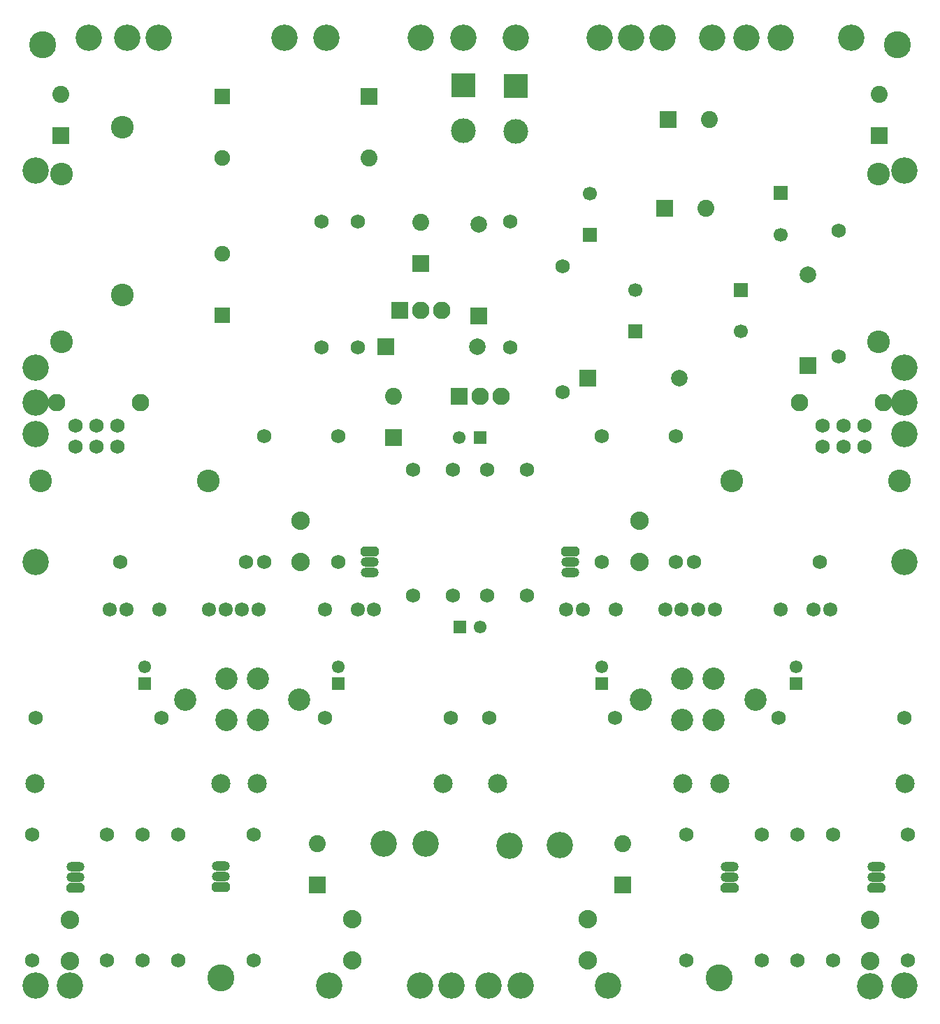
<source format=gbs>
G04 DipTrace 2.4.0.2*
%INMacro_Amp.GBS*%
%MOIN*%
%ADD28R,0.0669X0.0669*%
%ADD29C,0.0669*%
%ADD43R,0.0748X0.0748*%
%ADD44C,0.0748*%
%ADD49C,0.129*%
%ADD61C,0.1064*%
%ADD64C,0.0828*%
%ADD65R,0.0828X0.0828*%
%ADD66O,0.0671X0.069*%
%ADD68C,0.068*%
%ADD69C,0.108*%
%ADD70C,0.083*%
%ADD71O,0.0867X0.0474*%
%ADD72C,0.0789*%
%ADD73R,0.0789X0.0789*%
%ADD74C,0.1182*%
%ADD75R,0.1182X0.1182*%
%ADD76C,0.1261*%
%ADD79C,0.088*%
%ADD80C,0.0611*%
%ADD81R,0.0611X0.0611*%
%ADD82C,0.0907*%
%ADD83C,0.0808*%
%ADD84R,0.0808X0.0808*%
%FSLAX44Y44*%
G04*
G70*
G90*
G75*
G01*
%LNBotMask*%
%LPD*%
D84*
X41400Y41686D3*
D83*
Y43654D3*
D82*
X42629Y10780D3*
X33771D3*
D81*
X37410Y15556D3*
D80*
Y16344D3*
D79*
X40950Y2296D3*
Y4264D3*
D82*
X32029Y10780D3*
X23171D3*
D81*
X28160Y15556D3*
D80*
Y16344D3*
D84*
X17050Y43550D3*
D83*
Y40597D3*
D43*
X10050Y43550D3*
D44*
Y40597D3*
D43*
Y33097D3*
D44*
Y36050D3*
D84*
X18216Y27266D3*
D83*
Y29234D3*
D84*
X14600Y5950D3*
D83*
Y7919D3*
D28*
X27600Y36925D3*
D29*
Y38894D3*
D81*
X22342Y27258D3*
D80*
X21358D3*
D81*
X21378Y18250D3*
D80*
X22362D3*
D79*
X29950Y21346D3*
Y23314D3*
D84*
X2350Y41686D3*
D83*
Y43654D3*
D82*
X1121Y10779D3*
X9979D3*
D81*
X6340Y15556D3*
D80*
Y16344D3*
D79*
X2800Y2300D3*
Y4269D3*
D82*
X11721Y10779D3*
X20579D3*
D81*
X15594Y15556D3*
D80*
Y16344D3*
D79*
X13800Y21346D3*
Y23314D3*
D84*
X19526Y35574D3*
D83*
Y37542D3*
D84*
X29150Y5946D3*
D83*
Y7914D3*
D79*
X27500Y2346D3*
Y4314D3*
X16250Y2346D3*
Y4314D3*
D84*
X31166Y38191D3*
D83*
X33134D3*
D84*
X31316Y42441D3*
D83*
X33284D3*
D28*
X36700Y38925D3*
D29*
Y36956D3*
D28*
X29750Y32325D3*
D29*
Y34294D3*
D28*
X34800D3*
D29*
Y32325D3*
D76*
X15026Y46324D3*
X13026D3*
D75*
X21559Y44059D3*
D74*
Y41891D3*
D75*
X24050Y44050D3*
D74*
Y41883D3*
D73*
X27495Y30120D3*
D72*
X31845D3*
D73*
X38000Y30700D3*
D72*
Y35050D3*
D73*
X17851Y31598D3*
D72*
X22202D3*
D73*
X22276Y33074D3*
D72*
Y37424D3*
D76*
X31050Y46350D3*
X33425D3*
X21550D3*
X24050D3*
X19526Y46324D3*
X22750Y1150D3*
X40950Y1100D3*
X24300Y1150D3*
X42600D3*
X26150Y7850D3*
X23750Y7800D3*
X28450Y1150D3*
X42600Y28950D3*
Y27450D3*
Y21350D3*
Y40000D3*
X40050Y46350D3*
X7026Y46324D3*
X5526D3*
X35050Y46350D3*
X28050D3*
X36675D3*
X29550D3*
G36*
X41562Y5563D2*
X41684Y5685D1*
Y5915D1*
X41562Y6037D1*
X40938D1*
X40816Y5915D1*
Y5685D1*
X40938Y5563D1*
X41562D1*
G37*
D71*
X41250Y6300D3*
Y6800D3*
G36*
X34562Y5563D2*
X34684Y5685D1*
Y5915D1*
X34562Y6037D1*
X33938D1*
X33816Y5915D1*
Y5685D1*
X33938Y5563D1*
X34562D1*
G37*
D71*
X34250Y6300D3*
Y6800D3*
G36*
X26338Y22087D2*
X26216Y21965D1*
Y21735D1*
X26338Y21613D1*
X26962D1*
X27084Y21735D1*
Y21965D1*
X26962Y22087D1*
X26338D1*
G37*
D71*
X26650Y21350D3*
Y20850D3*
G36*
X3362Y5563D2*
X3484Y5685D1*
Y5915D1*
X3362Y6037D1*
X2738D1*
X2616Y5915D1*
Y5685D1*
X2738Y5563D1*
X3362D1*
G37*
D71*
X3050Y6300D3*
Y6800D3*
G36*
X10312Y5613D2*
X10434Y5735D1*
Y5965D1*
X10312Y6087D1*
X9688D1*
X9566Y5965D1*
Y5735D1*
X9688Y5613D1*
X10312D1*
G37*
D71*
X10000Y6350D3*
Y6850D3*
G36*
X16788Y22087D2*
X16666Y21965D1*
Y21735D1*
X16788Y21613D1*
X17412D1*
X17534Y21735D1*
Y21965D1*
X17412Y22087D1*
X16788D1*
G37*
D71*
X17100Y21350D3*
Y20850D3*
D70*
X37600Y28950D3*
X41600D3*
D69*
X41350Y31850D3*
Y39850D3*
X34350Y25200D3*
X42350D3*
D68*
X35800Y8350D3*
Y2350D3*
X24600Y19750D3*
Y25750D3*
X38550Y21350D3*
X32550D3*
X36600Y13900D3*
X42600D3*
X42750Y2350D3*
Y8350D3*
X37500Y2350D3*
Y8350D3*
X39200D3*
Y2350D3*
D70*
X6150Y28950D3*
X2150D3*
D69*
X2400Y31850D3*
Y39850D3*
D68*
X28800Y13900D3*
X22800D3*
D69*
X9400Y25200D3*
X1400D3*
D68*
X32200Y2350D3*
Y8350D3*
X7950D3*
Y2350D3*
D69*
X5276Y42074D3*
Y34074D3*
D68*
X14776Y37574D3*
Y31574D3*
X21050Y25750D3*
Y19750D3*
X22700Y25750D3*
Y19750D3*
X28150Y27350D3*
Y21350D3*
X31700Y27350D3*
Y21350D3*
X26300Y35425D3*
Y29425D3*
X19150Y19750D3*
Y25750D3*
X5200Y21350D3*
X11200D3*
X7150Y13900D3*
X1150D3*
X1000Y2350D3*
Y8350D3*
X6250Y2350D3*
Y8350D3*
X4550D3*
Y2350D3*
X14950Y13900D3*
X20950D3*
X11550Y2350D3*
Y8350D3*
X15600Y27350D3*
Y21350D3*
X12050Y27350D3*
Y21350D3*
X23776Y37574D3*
Y31574D3*
X16526D3*
Y37574D3*
X39450Y37150D3*
Y31150D3*
D76*
X21000Y1150D3*
X2800D3*
X19500D3*
X1150D3*
X17750Y7900D3*
X19750D3*
X15150Y1150D3*
X1150Y28950D3*
Y27450D3*
Y21350D3*
Y40000D3*
X3700Y46350D3*
D68*
X5050Y27850D3*
X4050D3*
X3050D3*
X5050Y26850D3*
X4050D3*
X3050D3*
D66*
X4701Y19077D3*
X5488D3*
X7063D3*
X9425D3*
X10213D3*
X11000D3*
X11787D3*
X14937D3*
X16512D3*
X17299D3*
D68*
X40700Y27850D3*
X39700D3*
X38700D3*
X40700Y26850D3*
X39700D3*
X38700D3*
D66*
X26451Y19077D3*
X27238D3*
X28813D3*
X31175D3*
X31963D3*
X32750D3*
X33537D3*
X36687D3*
X38262D3*
X39049D3*
D65*
X18526Y33324D3*
D64*
X19526D3*
X20526D3*
D65*
X21350Y29250D3*
D64*
X22350D3*
X23350D3*
D76*
X42600Y30600D3*
X1150D3*
D61*
X33500Y15764D3*
Y13796D3*
X35469Y14780D3*
X32000Y13796D3*
Y15764D3*
X30031Y14780D3*
X10250Y13800D3*
Y15769D3*
X8281Y14784D3*
X11750Y15764D3*
Y13796D3*
X13719Y14780D3*
D49*
X10000Y1500D3*
X33750D3*
X1500Y46000D3*
X42250D3*
M02*

</source>
